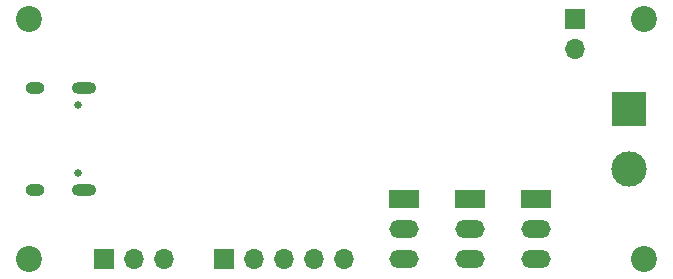
<source format=gbs>
G04 #@! TF.GenerationSoftware,KiCad,Pcbnew,(6.0.10-0)*
G04 #@! TF.CreationDate,2023-02-24T11:02:47+09:00*
G04 #@! TF.ProjectId,CH224K_PD_Decoy,43483232-344b-45f5-9044-5f4465636f79,0.5*
G04 #@! TF.SameCoordinates,Original*
G04 #@! TF.FileFunction,Soldermask,Bot*
G04 #@! TF.FilePolarity,Negative*
%FSLAX46Y46*%
G04 Gerber Fmt 4.6, Leading zero omitted, Abs format (unit mm)*
G04 Created by KiCad (PCBNEW (6.0.10-0)) date 2023-02-24 11:02:47*
%MOMM*%
%LPD*%
G01*
G04 APERTURE LIST*
%ADD10R,2.500000X1.500000*%
%ADD11O,2.500000X1.500000*%
%ADD12C,2.200000*%
%ADD13R,3.000000X3.000000*%
%ADD14C,3.000000*%
%ADD15R,1.700000X1.700000*%
%ADD16O,1.700000X1.700000*%
%ADD17C,0.650000*%
%ADD18O,1.600000X1.000000*%
%ADD19O,2.100000X1.000000*%
G04 APERTURE END LIST*
D10*
X117856000Y-88900000D03*
D11*
X117856000Y-91440000D03*
X117856000Y-93980000D03*
D12*
X127000000Y-73660000D03*
D13*
X125730000Y-81280000D03*
D14*
X125730000Y-86360000D03*
D12*
X127000000Y-93980000D03*
D10*
X112268000Y-88900000D03*
D11*
X112268000Y-91440000D03*
X112268000Y-93980000D03*
D15*
X81280000Y-93980000D03*
D16*
X83820000Y-93980000D03*
X86360000Y-93980000D03*
D15*
X121158000Y-73655000D03*
D16*
X121158000Y-76195000D03*
D12*
X74930000Y-93980000D03*
D10*
X106680000Y-88900000D03*
D11*
X106680000Y-91440000D03*
X106680000Y-93980000D03*
D15*
X91445000Y-93980000D03*
D16*
X93985000Y-93980000D03*
X96525000Y-93980000D03*
X99065000Y-93980000D03*
X101605000Y-93980000D03*
D12*
X74930000Y-73660000D03*
D17*
X79054000Y-80930000D03*
X79054000Y-86710000D03*
D18*
X75404000Y-88140000D03*
D19*
X79584000Y-88140000D03*
X79584000Y-79500000D03*
D18*
X75404000Y-79500000D03*
M02*

</source>
